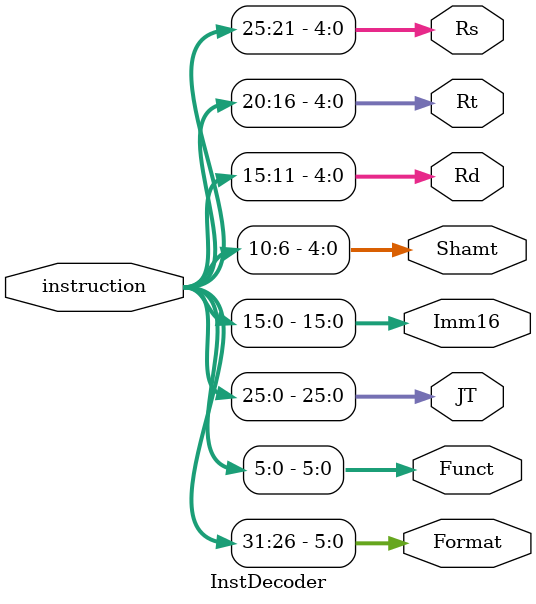
<source format=v>
module InstDecoder(
    input wire[31:0] instruction,
    output wire[5:0] Format,
    output wire[5:0] Funct,
    output wire[25:0] JT,
    output wire[15:0] Imm16,
    output wire[4:0] Shamt,
    output wire[4:0] Rd,
    output wire[4:0] Rt,
    output wire[4:0] Rs
);
    assign Format = instruction[31:26];
    assign JT = instruction[25:0];
    assign Imm16 = instruction[15:0];
    assign Shamt = instruction[10:6];
    assign Rd = instruction[15:11];
    assign Rt = instruction[20:16];
    assign Rs = instruction[25:21];
    assign Funct = instruction[5:0];
endmodule
</source>
